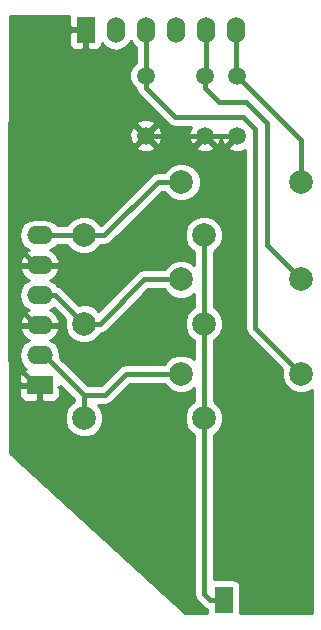
<source format=gbr>
G04 #@! TF.FileFunction,Copper,L1,Top,Signal*
%FSLAX46Y46*%
G04 Gerber Fmt 4.6, Leading zero omitted, Abs format (unit mm)*
G04 Created by KiCad (PCBNEW no-vcs-found-product) date Thu 10 Mar 2016 11:27:30 PM EET*
%MOMM*%
G01*
G04 APERTURE LIST*
%ADD10C,0.100000*%
%ADD11C,1.501140*%
%ADD12R,2.199640X1.524000*%
%ADD13O,2.199640X1.524000*%
%ADD14R,1.524000X2.199640*%
%ADD15O,1.524000X2.199640*%
%ADD16C,1.998980*%
%ADD17C,0.400000*%
%ADD18C,0.254000*%
G04 APERTURE END LIST*
D10*
D11*
X159750000Y-68500000D03*
X159750000Y-73580000D03*
X164750000Y-68500000D03*
X164750000Y-73580000D03*
X167500000Y-68500000D03*
X167500000Y-73580000D03*
D12*
X150750000Y-94700000D03*
D13*
X150750000Y-92160000D03*
X150750000Y-89620000D03*
X150750000Y-87080000D03*
X150750000Y-84540000D03*
X150750000Y-82000000D03*
D14*
X154646000Y-64620000D03*
D15*
X157186000Y-64620000D03*
X159726000Y-64620000D03*
X162266000Y-64620000D03*
X164806000Y-64620000D03*
X167346000Y-64620000D03*
D14*
X166330000Y-112880000D03*
D16*
X154500000Y-97500000D03*
X164660000Y-97500000D03*
X172910000Y-93750000D03*
X162750000Y-93750000D03*
X154500000Y-89500000D03*
X164660000Y-89500000D03*
X172910000Y-85750000D03*
X162750000Y-85750000D03*
X154500000Y-82000000D03*
X164660000Y-82000000D03*
X172910000Y-77500000D03*
X162750000Y-77500000D03*
D17*
X159750000Y-68500000D02*
X159750000Y-69561466D01*
X159750000Y-69561466D02*
X162188534Y-72000000D01*
X162188534Y-72000000D02*
X168000000Y-72000000D01*
X168000000Y-72000000D02*
X169000000Y-73000000D01*
X169000000Y-73000000D02*
X169000000Y-89840000D01*
X169000000Y-89840000D02*
X172910000Y-93750000D01*
X159726000Y-64620000D02*
X159726000Y-68476000D01*
X159726000Y-68476000D02*
X159750000Y-68500000D01*
X164750000Y-73580000D02*
X167500000Y-73580000D01*
X159750000Y-73580000D02*
X164750000Y-73580000D01*
X154646000Y-64620000D02*
X154646000Y-68476000D01*
X154646000Y-68476000D02*
X159750000Y-73580000D01*
X148250000Y-87457820D02*
X148250000Y-92537820D01*
X148250000Y-92537820D02*
X150412180Y-94700000D01*
X150412180Y-94700000D02*
X150750000Y-94700000D01*
X148250000Y-82377820D02*
X148250000Y-87457820D01*
X148250000Y-87457820D02*
X150412180Y-89620000D01*
X150412180Y-89620000D02*
X150750000Y-89620000D01*
X154646000Y-64620000D02*
X154646000Y-66119820D01*
X154646000Y-66119820D02*
X148250000Y-72515820D01*
X148250000Y-72515820D02*
X148250000Y-82377820D01*
X148250000Y-82377820D02*
X150412180Y-84540000D01*
X150412180Y-84540000D02*
X150750000Y-84540000D01*
X154646000Y-64620000D02*
X154646000Y-64957820D01*
X170000000Y-72500000D02*
X170000000Y-81500000D01*
X170000000Y-81500000D02*
X170000000Y-82250000D01*
X172910000Y-85750000D02*
X170000000Y-82840000D01*
X170000000Y-82840000D02*
X170000000Y-81500000D01*
X168250000Y-70750000D02*
X170000000Y-72500000D01*
X165938534Y-70750000D02*
X168250000Y-70750000D01*
X164750000Y-68500000D02*
X164750000Y-69561466D01*
X164750000Y-69561466D02*
X165938534Y-70750000D01*
X164806000Y-64620000D02*
X164806000Y-68444000D01*
X164806000Y-68444000D02*
X164750000Y-68500000D01*
X167500000Y-68500000D02*
X172910000Y-73910000D01*
X172910000Y-73910000D02*
X172910000Y-77500000D01*
X167346000Y-64620000D02*
X167346000Y-68346000D01*
X167346000Y-68346000D02*
X167500000Y-68500000D01*
X159500000Y-93750000D02*
X162750000Y-93750000D01*
X159500000Y-93750000D02*
X158086508Y-93750000D01*
X158086508Y-93750000D02*
X156264328Y-95572180D01*
X156264328Y-95572180D02*
X154500000Y-95572180D01*
X154500000Y-97500000D02*
X154500000Y-95572180D01*
X154500000Y-95572180D02*
X151087820Y-92160000D01*
X151087820Y-92160000D02*
X150750000Y-92160000D01*
X159590000Y-85750000D02*
X162750000Y-85750000D01*
X159590000Y-85750000D02*
X155840000Y-89500000D01*
X155840000Y-89500000D02*
X154500000Y-89500000D01*
X150750000Y-87080000D02*
X152080000Y-87080000D01*
X152080000Y-87080000D02*
X153500511Y-88500511D01*
X153500511Y-88500511D02*
X154500000Y-89500000D01*
X160750000Y-77500000D02*
X162750000Y-77500000D01*
X154500000Y-82000000D02*
X156250000Y-82000000D01*
X156250000Y-82000000D02*
X160750000Y-77500000D01*
X150750000Y-82000000D02*
X154500000Y-82000000D01*
X164660000Y-92250000D02*
X164660000Y-112372000D01*
X164660000Y-112372000D02*
X165168000Y-112880000D01*
X165168000Y-112880000D02*
X166330000Y-112880000D01*
X164660000Y-87000000D02*
X164660000Y-92250000D01*
X164660000Y-82000000D02*
X164660000Y-87000000D01*
D18*
G36*
X153249000Y-64334250D02*
X153407750Y-64493000D01*
X154519000Y-64493000D01*
X154519000Y-64473000D01*
X154773000Y-64473000D01*
X154773000Y-64493000D01*
X154793000Y-64493000D01*
X154793000Y-64747000D01*
X154773000Y-64747000D01*
X154773000Y-66196070D01*
X154931750Y-66354820D01*
X155534309Y-66354820D01*
X155767698Y-66258147D01*
X155946327Y-66079519D01*
X156043000Y-65846130D01*
X156043000Y-65747404D01*
X156198172Y-65979635D01*
X156651391Y-66282467D01*
X157186000Y-66388807D01*
X157720609Y-66282467D01*
X158173828Y-65979635D01*
X158456000Y-65557336D01*
X158738172Y-65979635D01*
X158891000Y-66081752D01*
X158891000Y-67399718D01*
X158576056Y-67714113D01*
X158364671Y-68223184D01*
X158364190Y-68774398D01*
X158574686Y-69283837D01*
X158930719Y-69640492D01*
X158978561Y-69881007D01*
X159043745Y-69978561D01*
X159159566Y-70151900D01*
X161598100Y-72590434D01*
X161868993Y-72771439D01*
X162188534Y-72835000D01*
X163610492Y-72835000D01*
X163537069Y-72855735D01*
X163352233Y-73375034D01*
X163380195Y-73925538D01*
X163537069Y-74304265D01*
X163778070Y-74372325D01*
X164570395Y-73580000D01*
X164556253Y-73565858D01*
X164735858Y-73386253D01*
X164750000Y-73400395D01*
X164764143Y-73386253D01*
X164943748Y-73565858D01*
X164929605Y-73580000D01*
X165721930Y-74372325D01*
X165962931Y-74304265D01*
X166126141Y-73845725D01*
X166130195Y-73925538D01*
X166287069Y-74304265D01*
X166528070Y-74372325D01*
X167320395Y-73580000D01*
X167306253Y-73565858D01*
X167485858Y-73386253D01*
X167500000Y-73400395D01*
X167514143Y-73386253D01*
X167693748Y-73565858D01*
X167679605Y-73580000D01*
X167693748Y-73594143D01*
X167514143Y-73773748D01*
X167500000Y-73759605D01*
X166707675Y-74551930D01*
X166775735Y-74792931D01*
X167295034Y-74977767D01*
X167845538Y-74949805D01*
X168165000Y-74817479D01*
X168165000Y-89840000D01*
X168228561Y-90159541D01*
X168303329Y-90271439D01*
X168409566Y-90430434D01*
X171312995Y-93333863D01*
X171275794Y-93423453D01*
X171275226Y-94073694D01*
X171523538Y-94674655D01*
X171982927Y-95134846D01*
X172583453Y-95384206D01*
X173233694Y-95384774D01*
X173790000Y-95154913D01*
X173790000Y-114040000D01*
X167727470Y-114040000D01*
X167739440Y-113979820D01*
X167739440Y-111780180D01*
X167690157Y-111532415D01*
X167549809Y-111322371D01*
X167339765Y-111182023D01*
X167092000Y-111132740D01*
X165568000Y-111132740D01*
X165495000Y-111147260D01*
X165495000Y-98923507D01*
X165584655Y-98886462D01*
X166044846Y-98427073D01*
X166294206Y-97826547D01*
X166294774Y-97176306D01*
X166046462Y-96575345D01*
X165587073Y-96115154D01*
X165495000Y-96076922D01*
X165495000Y-90923507D01*
X165584655Y-90886462D01*
X166044846Y-90427073D01*
X166294206Y-89826547D01*
X166294774Y-89176306D01*
X166046462Y-88575345D01*
X165587073Y-88115154D01*
X165495000Y-88076922D01*
X165495000Y-83423507D01*
X165584655Y-83386462D01*
X166044846Y-82927073D01*
X166294206Y-82326547D01*
X166294774Y-81676306D01*
X166046462Y-81075345D01*
X165587073Y-80615154D01*
X164986547Y-80365794D01*
X164336306Y-80365226D01*
X163735345Y-80613538D01*
X163275154Y-81072927D01*
X163025794Y-81673453D01*
X163025226Y-82323694D01*
X163273538Y-82924655D01*
X163732927Y-83384846D01*
X163825000Y-83423078D01*
X163825000Y-84513339D01*
X163677073Y-84365154D01*
X163076547Y-84115794D01*
X162426306Y-84115226D01*
X161825345Y-84363538D01*
X161365154Y-84822927D01*
X161326922Y-84915000D01*
X159590000Y-84915000D01*
X159270459Y-84978561D01*
X158999566Y-85159566D01*
X155735256Y-88423876D01*
X155427073Y-88115154D01*
X154826547Y-87865794D01*
X154176306Y-87865226D01*
X154084166Y-87903298D01*
X152670434Y-86489566D01*
X152399541Y-86308561D01*
X152231947Y-86275224D01*
X152109635Y-86092172D01*
X151674394Y-85801353D01*
X151739761Y-85782059D01*
X152165450Y-85438026D01*
X152427080Y-84957277D01*
X152442040Y-84883070D01*
X152319540Y-84667000D01*
X150877000Y-84667000D01*
X150877000Y-84687000D01*
X150623000Y-84687000D01*
X150623000Y-84667000D01*
X149180460Y-84667000D01*
X149057960Y-84883070D01*
X149072920Y-84957277D01*
X149334550Y-85438026D01*
X149760239Y-85782059D01*
X149825606Y-85801353D01*
X149390365Y-86092172D01*
X149087533Y-86545391D01*
X148981193Y-87080000D01*
X149087533Y-87614609D01*
X149390365Y-88067828D01*
X149825606Y-88358647D01*
X149760239Y-88377941D01*
X149334550Y-88721974D01*
X149072920Y-89202723D01*
X149057960Y-89276930D01*
X149180460Y-89493000D01*
X150623000Y-89493000D01*
X150623000Y-89473000D01*
X150877000Y-89473000D01*
X150877000Y-89493000D01*
X152319540Y-89493000D01*
X152442040Y-89276930D01*
X152427080Y-89202723D01*
X152165450Y-88721974D01*
X151739761Y-88377941D01*
X151674394Y-88358647D01*
X151976151Y-88157019D01*
X152902995Y-89083863D01*
X152865794Y-89173453D01*
X152865226Y-89823694D01*
X153113538Y-90424655D01*
X153572927Y-90884846D01*
X154173453Y-91134206D01*
X154823694Y-91134774D01*
X155424655Y-90886462D01*
X155884846Y-90427073D01*
X155930558Y-90316987D01*
X156159541Y-90271439D01*
X156430434Y-90090434D01*
X159935868Y-86585000D01*
X161326493Y-86585000D01*
X161363538Y-86674655D01*
X161822927Y-87134846D01*
X162423453Y-87384206D01*
X163073694Y-87384774D01*
X163674655Y-87136462D01*
X163825000Y-86986379D01*
X163825000Y-88076493D01*
X163735345Y-88113538D01*
X163275154Y-88572927D01*
X163025794Y-89173453D01*
X163025226Y-89823694D01*
X163273538Y-90424655D01*
X163732927Y-90884846D01*
X163825000Y-90923078D01*
X163825000Y-92513339D01*
X163677073Y-92365154D01*
X163076547Y-92115794D01*
X162426306Y-92115226D01*
X161825345Y-92363538D01*
X161365154Y-92822927D01*
X161326922Y-92915000D01*
X158086508Y-92915000D01*
X157766968Y-92978560D01*
X157496074Y-93159566D01*
X155918460Y-94737180D01*
X154845868Y-94737180D01*
X152477310Y-92368622D01*
X152518807Y-92160000D01*
X152412467Y-91625391D01*
X152109635Y-91172172D01*
X151674394Y-90881353D01*
X151739761Y-90862059D01*
X152165450Y-90518026D01*
X152427080Y-90037277D01*
X152442040Y-89963070D01*
X152319540Y-89747000D01*
X150877000Y-89747000D01*
X150877000Y-89767000D01*
X150623000Y-89767000D01*
X150623000Y-89747000D01*
X149180460Y-89747000D01*
X149057960Y-89963070D01*
X149072920Y-90037277D01*
X149334550Y-90518026D01*
X149760239Y-90862059D01*
X149825606Y-90881353D01*
X149390365Y-91172172D01*
X149087533Y-91625391D01*
X148981193Y-92160000D01*
X149087533Y-92694609D01*
X149390365Y-93147828D01*
X149622596Y-93303000D01*
X149523870Y-93303000D01*
X149290481Y-93399673D01*
X149111853Y-93578302D01*
X149015180Y-93811691D01*
X149015180Y-94414250D01*
X149173930Y-94573000D01*
X150623000Y-94573000D01*
X150623000Y-94553000D01*
X150877000Y-94553000D01*
X150877000Y-94573000D01*
X150897000Y-94573000D01*
X150897000Y-94827000D01*
X150877000Y-94827000D01*
X150877000Y-95938250D01*
X151035750Y-96097000D01*
X151976130Y-96097000D01*
X152209519Y-96000327D01*
X152388147Y-95821698D01*
X152484820Y-95588309D01*
X152484820Y-94985750D01*
X152326072Y-94827002D01*
X152484820Y-94827002D01*
X152484820Y-94737868D01*
X153665000Y-95918048D01*
X153665000Y-96076493D01*
X153575345Y-96113538D01*
X153115154Y-96572927D01*
X152865794Y-97173453D01*
X152865226Y-97823694D01*
X153113538Y-98424655D01*
X153572927Y-98884846D01*
X154173453Y-99134206D01*
X154823694Y-99134774D01*
X155424655Y-98886462D01*
X155884846Y-98427073D01*
X156134206Y-97826547D01*
X156134774Y-97176306D01*
X155886462Y-96575345D01*
X155718590Y-96407180D01*
X156264328Y-96407180D01*
X156583869Y-96343619D01*
X156854762Y-96162614D01*
X158432376Y-94585000D01*
X161326493Y-94585000D01*
X161363538Y-94674655D01*
X161822927Y-95134846D01*
X162423453Y-95384206D01*
X163073694Y-95384774D01*
X163674655Y-95136462D01*
X163825000Y-94986379D01*
X163825000Y-96076493D01*
X163735345Y-96113538D01*
X163275154Y-96572927D01*
X163025794Y-97173453D01*
X163025226Y-97823694D01*
X163273538Y-98424655D01*
X163732927Y-98884846D01*
X163825000Y-98923078D01*
X163825000Y-112372000D01*
X163888561Y-112691541D01*
X164069566Y-112962434D01*
X164577565Y-113470434D01*
X164713012Y-113560936D01*
X164848459Y-113651439D01*
X164920560Y-113665781D01*
X164920560Y-113979820D01*
X164932530Y-114040000D01*
X163026482Y-114040000D01*
X148210000Y-100437984D01*
X148210000Y-94985750D01*
X149015180Y-94985750D01*
X149015180Y-95588309D01*
X149111853Y-95821698D01*
X149290481Y-96000327D01*
X149523870Y-96097000D01*
X150464250Y-96097000D01*
X150623000Y-95938250D01*
X150623000Y-94827000D01*
X149173930Y-94827000D01*
X149015180Y-94985750D01*
X148210000Y-94985750D01*
X148210000Y-82000000D01*
X148981193Y-82000000D01*
X149087533Y-82534609D01*
X149390365Y-82987828D01*
X149825606Y-83278647D01*
X149760239Y-83297941D01*
X149334550Y-83641974D01*
X149072920Y-84122723D01*
X149057960Y-84196930D01*
X149180460Y-84413000D01*
X150623000Y-84413000D01*
X150623000Y-84393000D01*
X150877000Y-84393000D01*
X150877000Y-84413000D01*
X152319540Y-84413000D01*
X152442040Y-84196930D01*
X152427080Y-84122723D01*
X152165450Y-83641974D01*
X151739761Y-83297941D01*
X151674394Y-83278647D01*
X152109635Y-82987828D01*
X152211752Y-82835000D01*
X153076493Y-82835000D01*
X153113538Y-82924655D01*
X153572927Y-83384846D01*
X154173453Y-83634206D01*
X154823694Y-83634774D01*
X155424655Y-83386462D01*
X155884846Y-82927073D01*
X155923078Y-82835000D01*
X156250000Y-82835000D01*
X156569541Y-82771439D01*
X156840434Y-82590434D01*
X161095868Y-78335000D01*
X161326493Y-78335000D01*
X161363538Y-78424655D01*
X161822927Y-78884846D01*
X162423453Y-79134206D01*
X163073694Y-79134774D01*
X163674655Y-78886462D01*
X164134846Y-78427073D01*
X164384206Y-77826547D01*
X164384774Y-77176306D01*
X164136462Y-76575345D01*
X163677073Y-76115154D01*
X163076547Y-75865794D01*
X162426306Y-75865226D01*
X161825345Y-76113538D01*
X161365154Y-76572927D01*
X161326922Y-76665000D01*
X160750000Y-76665000D01*
X160430459Y-76728561D01*
X160159566Y-76909566D01*
X155917842Y-81151290D01*
X155886462Y-81075345D01*
X155427073Y-80615154D01*
X154826547Y-80365794D01*
X154176306Y-80365226D01*
X153575345Y-80613538D01*
X153115154Y-81072927D01*
X153076922Y-81165000D01*
X152211752Y-81165000D01*
X152109635Y-81012172D01*
X151656416Y-80709340D01*
X151121807Y-80603000D01*
X150378193Y-80603000D01*
X149843584Y-80709340D01*
X149390365Y-81012172D01*
X149087533Y-81465391D01*
X148981193Y-82000000D01*
X148210000Y-82000000D01*
X148210000Y-74551930D01*
X158957675Y-74551930D01*
X159025735Y-74792931D01*
X159545034Y-74977767D01*
X160095538Y-74949805D01*
X160474265Y-74792931D01*
X160542325Y-74551930D01*
X163957675Y-74551930D01*
X164025735Y-74792931D01*
X164545034Y-74977767D01*
X165095538Y-74949805D01*
X165474265Y-74792931D01*
X165542325Y-74551930D01*
X164750000Y-73759605D01*
X163957675Y-74551930D01*
X160542325Y-74551930D01*
X159750000Y-73759605D01*
X158957675Y-74551930D01*
X148210000Y-74551930D01*
X148210000Y-73375034D01*
X158352233Y-73375034D01*
X158380195Y-73925538D01*
X158537069Y-74304265D01*
X158778070Y-74372325D01*
X159570395Y-73580000D01*
X159929605Y-73580000D01*
X160721930Y-74372325D01*
X160962931Y-74304265D01*
X161147767Y-73784966D01*
X161119805Y-73234462D01*
X160962931Y-72855735D01*
X160721930Y-72787675D01*
X159929605Y-73580000D01*
X159570395Y-73580000D01*
X158778070Y-72787675D01*
X158537069Y-72855735D01*
X158352233Y-73375034D01*
X148210000Y-73375034D01*
X148210000Y-72608070D01*
X158957675Y-72608070D01*
X159750000Y-73400395D01*
X160542325Y-72608070D01*
X160474265Y-72367069D01*
X159954966Y-72182233D01*
X159404462Y-72210195D01*
X159025735Y-72367069D01*
X158957675Y-72608070D01*
X148210000Y-72608070D01*
X148210000Y-64905750D01*
X153249000Y-64905750D01*
X153249000Y-65846130D01*
X153345673Y-66079519D01*
X153524302Y-66258147D01*
X153757691Y-66354820D01*
X154360250Y-66354820D01*
X154519000Y-66196070D01*
X154519000Y-64747000D01*
X153407750Y-64747000D01*
X153249000Y-64905750D01*
X148210000Y-64905750D01*
X148210000Y-63460000D01*
X153249000Y-63460000D01*
X153249000Y-64334250D01*
X153249000Y-64334250D01*
G37*
X153249000Y-64334250D02*
X153407750Y-64493000D01*
X154519000Y-64493000D01*
X154519000Y-64473000D01*
X154773000Y-64473000D01*
X154773000Y-64493000D01*
X154793000Y-64493000D01*
X154793000Y-64747000D01*
X154773000Y-64747000D01*
X154773000Y-66196070D01*
X154931750Y-66354820D01*
X155534309Y-66354820D01*
X155767698Y-66258147D01*
X155946327Y-66079519D01*
X156043000Y-65846130D01*
X156043000Y-65747404D01*
X156198172Y-65979635D01*
X156651391Y-66282467D01*
X157186000Y-66388807D01*
X157720609Y-66282467D01*
X158173828Y-65979635D01*
X158456000Y-65557336D01*
X158738172Y-65979635D01*
X158891000Y-66081752D01*
X158891000Y-67399718D01*
X158576056Y-67714113D01*
X158364671Y-68223184D01*
X158364190Y-68774398D01*
X158574686Y-69283837D01*
X158930719Y-69640492D01*
X158978561Y-69881007D01*
X159043745Y-69978561D01*
X159159566Y-70151900D01*
X161598100Y-72590434D01*
X161868993Y-72771439D01*
X162188534Y-72835000D01*
X163610492Y-72835000D01*
X163537069Y-72855735D01*
X163352233Y-73375034D01*
X163380195Y-73925538D01*
X163537069Y-74304265D01*
X163778070Y-74372325D01*
X164570395Y-73580000D01*
X164556253Y-73565858D01*
X164735858Y-73386253D01*
X164750000Y-73400395D01*
X164764143Y-73386253D01*
X164943748Y-73565858D01*
X164929605Y-73580000D01*
X165721930Y-74372325D01*
X165962931Y-74304265D01*
X166126141Y-73845725D01*
X166130195Y-73925538D01*
X166287069Y-74304265D01*
X166528070Y-74372325D01*
X167320395Y-73580000D01*
X167306253Y-73565858D01*
X167485858Y-73386253D01*
X167500000Y-73400395D01*
X167514143Y-73386253D01*
X167693748Y-73565858D01*
X167679605Y-73580000D01*
X167693748Y-73594143D01*
X167514143Y-73773748D01*
X167500000Y-73759605D01*
X166707675Y-74551930D01*
X166775735Y-74792931D01*
X167295034Y-74977767D01*
X167845538Y-74949805D01*
X168165000Y-74817479D01*
X168165000Y-89840000D01*
X168228561Y-90159541D01*
X168303329Y-90271439D01*
X168409566Y-90430434D01*
X171312995Y-93333863D01*
X171275794Y-93423453D01*
X171275226Y-94073694D01*
X171523538Y-94674655D01*
X171982927Y-95134846D01*
X172583453Y-95384206D01*
X173233694Y-95384774D01*
X173790000Y-95154913D01*
X173790000Y-114040000D01*
X167727470Y-114040000D01*
X167739440Y-113979820D01*
X167739440Y-111780180D01*
X167690157Y-111532415D01*
X167549809Y-111322371D01*
X167339765Y-111182023D01*
X167092000Y-111132740D01*
X165568000Y-111132740D01*
X165495000Y-111147260D01*
X165495000Y-98923507D01*
X165584655Y-98886462D01*
X166044846Y-98427073D01*
X166294206Y-97826547D01*
X166294774Y-97176306D01*
X166046462Y-96575345D01*
X165587073Y-96115154D01*
X165495000Y-96076922D01*
X165495000Y-90923507D01*
X165584655Y-90886462D01*
X166044846Y-90427073D01*
X166294206Y-89826547D01*
X166294774Y-89176306D01*
X166046462Y-88575345D01*
X165587073Y-88115154D01*
X165495000Y-88076922D01*
X165495000Y-83423507D01*
X165584655Y-83386462D01*
X166044846Y-82927073D01*
X166294206Y-82326547D01*
X166294774Y-81676306D01*
X166046462Y-81075345D01*
X165587073Y-80615154D01*
X164986547Y-80365794D01*
X164336306Y-80365226D01*
X163735345Y-80613538D01*
X163275154Y-81072927D01*
X163025794Y-81673453D01*
X163025226Y-82323694D01*
X163273538Y-82924655D01*
X163732927Y-83384846D01*
X163825000Y-83423078D01*
X163825000Y-84513339D01*
X163677073Y-84365154D01*
X163076547Y-84115794D01*
X162426306Y-84115226D01*
X161825345Y-84363538D01*
X161365154Y-84822927D01*
X161326922Y-84915000D01*
X159590000Y-84915000D01*
X159270459Y-84978561D01*
X158999566Y-85159566D01*
X155735256Y-88423876D01*
X155427073Y-88115154D01*
X154826547Y-87865794D01*
X154176306Y-87865226D01*
X154084166Y-87903298D01*
X152670434Y-86489566D01*
X152399541Y-86308561D01*
X152231947Y-86275224D01*
X152109635Y-86092172D01*
X151674394Y-85801353D01*
X151739761Y-85782059D01*
X152165450Y-85438026D01*
X152427080Y-84957277D01*
X152442040Y-84883070D01*
X152319540Y-84667000D01*
X150877000Y-84667000D01*
X150877000Y-84687000D01*
X150623000Y-84687000D01*
X150623000Y-84667000D01*
X149180460Y-84667000D01*
X149057960Y-84883070D01*
X149072920Y-84957277D01*
X149334550Y-85438026D01*
X149760239Y-85782059D01*
X149825606Y-85801353D01*
X149390365Y-86092172D01*
X149087533Y-86545391D01*
X148981193Y-87080000D01*
X149087533Y-87614609D01*
X149390365Y-88067828D01*
X149825606Y-88358647D01*
X149760239Y-88377941D01*
X149334550Y-88721974D01*
X149072920Y-89202723D01*
X149057960Y-89276930D01*
X149180460Y-89493000D01*
X150623000Y-89493000D01*
X150623000Y-89473000D01*
X150877000Y-89473000D01*
X150877000Y-89493000D01*
X152319540Y-89493000D01*
X152442040Y-89276930D01*
X152427080Y-89202723D01*
X152165450Y-88721974D01*
X151739761Y-88377941D01*
X151674394Y-88358647D01*
X151976151Y-88157019D01*
X152902995Y-89083863D01*
X152865794Y-89173453D01*
X152865226Y-89823694D01*
X153113538Y-90424655D01*
X153572927Y-90884846D01*
X154173453Y-91134206D01*
X154823694Y-91134774D01*
X155424655Y-90886462D01*
X155884846Y-90427073D01*
X155930558Y-90316987D01*
X156159541Y-90271439D01*
X156430434Y-90090434D01*
X159935868Y-86585000D01*
X161326493Y-86585000D01*
X161363538Y-86674655D01*
X161822927Y-87134846D01*
X162423453Y-87384206D01*
X163073694Y-87384774D01*
X163674655Y-87136462D01*
X163825000Y-86986379D01*
X163825000Y-88076493D01*
X163735345Y-88113538D01*
X163275154Y-88572927D01*
X163025794Y-89173453D01*
X163025226Y-89823694D01*
X163273538Y-90424655D01*
X163732927Y-90884846D01*
X163825000Y-90923078D01*
X163825000Y-92513339D01*
X163677073Y-92365154D01*
X163076547Y-92115794D01*
X162426306Y-92115226D01*
X161825345Y-92363538D01*
X161365154Y-92822927D01*
X161326922Y-92915000D01*
X158086508Y-92915000D01*
X157766968Y-92978560D01*
X157496074Y-93159566D01*
X155918460Y-94737180D01*
X154845868Y-94737180D01*
X152477310Y-92368622D01*
X152518807Y-92160000D01*
X152412467Y-91625391D01*
X152109635Y-91172172D01*
X151674394Y-90881353D01*
X151739761Y-90862059D01*
X152165450Y-90518026D01*
X152427080Y-90037277D01*
X152442040Y-89963070D01*
X152319540Y-89747000D01*
X150877000Y-89747000D01*
X150877000Y-89767000D01*
X150623000Y-89767000D01*
X150623000Y-89747000D01*
X149180460Y-89747000D01*
X149057960Y-89963070D01*
X149072920Y-90037277D01*
X149334550Y-90518026D01*
X149760239Y-90862059D01*
X149825606Y-90881353D01*
X149390365Y-91172172D01*
X149087533Y-91625391D01*
X148981193Y-92160000D01*
X149087533Y-92694609D01*
X149390365Y-93147828D01*
X149622596Y-93303000D01*
X149523870Y-93303000D01*
X149290481Y-93399673D01*
X149111853Y-93578302D01*
X149015180Y-93811691D01*
X149015180Y-94414250D01*
X149173930Y-94573000D01*
X150623000Y-94573000D01*
X150623000Y-94553000D01*
X150877000Y-94553000D01*
X150877000Y-94573000D01*
X150897000Y-94573000D01*
X150897000Y-94827000D01*
X150877000Y-94827000D01*
X150877000Y-95938250D01*
X151035750Y-96097000D01*
X151976130Y-96097000D01*
X152209519Y-96000327D01*
X152388147Y-95821698D01*
X152484820Y-95588309D01*
X152484820Y-94985750D01*
X152326072Y-94827002D01*
X152484820Y-94827002D01*
X152484820Y-94737868D01*
X153665000Y-95918048D01*
X153665000Y-96076493D01*
X153575345Y-96113538D01*
X153115154Y-96572927D01*
X152865794Y-97173453D01*
X152865226Y-97823694D01*
X153113538Y-98424655D01*
X153572927Y-98884846D01*
X154173453Y-99134206D01*
X154823694Y-99134774D01*
X155424655Y-98886462D01*
X155884846Y-98427073D01*
X156134206Y-97826547D01*
X156134774Y-97176306D01*
X155886462Y-96575345D01*
X155718590Y-96407180D01*
X156264328Y-96407180D01*
X156583869Y-96343619D01*
X156854762Y-96162614D01*
X158432376Y-94585000D01*
X161326493Y-94585000D01*
X161363538Y-94674655D01*
X161822927Y-95134846D01*
X162423453Y-95384206D01*
X163073694Y-95384774D01*
X163674655Y-95136462D01*
X163825000Y-94986379D01*
X163825000Y-96076493D01*
X163735345Y-96113538D01*
X163275154Y-96572927D01*
X163025794Y-97173453D01*
X163025226Y-97823694D01*
X163273538Y-98424655D01*
X163732927Y-98884846D01*
X163825000Y-98923078D01*
X163825000Y-112372000D01*
X163888561Y-112691541D01*
X164069566Y-112962434D01*
X164577565Y-113470434D01*
X164713012Y-113560936D01*
X164848459Y-113651439D01*
X164920560Y-113665781D01*
X164920560Y-113979820D01*
X164932530Y-114040000D01*
X163026482Y-114040000D01*
X148210000Y-100437984D01*
X148210000Y-94985750D01*
X149015180Y-94985750D01*
X149015180Y-95588309D01*
X149111853Y-95821698D01*
X149290481Y-96000327D01*
X149523870Y-96097000D01*
X150464250Y-96097000D01*
X150623000Y-95938250D01*
X150623000Y-94827000D01*
X149173930Y-94827000D01*
X149015180Y-94985750D01*
X148210000Y-94985750D01*
X148210000Y-82000000D01*
X148981193Y-82000000D01*
X149087533Y-82534609D01*
X149390365Y-82987828D01*
X149825606Y-83278647D01*
X149760239Y-83297941D01*
X149334550Y-83641974D01*
X149072920Y-84122723D01*
X149057960Y-84196930D01*
X149180460Y-84413000D01*
X150623000Y-84413000D01*
X150623000Y-84393000D01*
X150877000Y-84393000D01*
X150877000Y-84413000D01*
X152319540Y-84413000D01*
X152442040Y-84196930D01*
X152427080Y-84122723D01*
X152165450Y-83641974D01*
X151739761Y-83297941D01*
X151674394Y-83278647D01*
X152109635Y-82987828D01*
X152211752Y-82835000D01*
X153076493Y-82835000D01*
X153113538Y-82924655D01*
X153572927Y-83384846D01*
X154173453Y-83634206D01*
X154823694Y-83634774D01*
X155424655Y-83386462D01*
X155884846Y-82927073D01*
X155923078Y-82835000D01*
X156250000Y-82835000D01*
X156569541Y-82771439D01*
X156840434Y-82590434D01*
X161095868Y-78335000D01*
X161326493Y-78335000D01*
X161363538Y-78424655D01*
X161822927Y-78884846D01*
X162423453Y-79134206D01*
X163073694Y-79134774D01*
X163674655Y-78886462D01*
X164134846Y-78427073D01*
X164384206Y-77826547D01*
X164384774Y-77176306D01*
X164136462Y-76575345D01*
X163677073Y-76115154D01*
X163076547Y-75865794D01*
X162426306Y-75865226D01*
X161825345Y-76113538D01*
X161365154Y-76572927D01*
X161326922Y-76665000D01*
X160750000Y-76665000D01*
X160430459Y-76728561D01*
X160159566Y-76909566D01*
X155917842Y-81151290D01*
X155886462Y-81075345D01*
X155427073Y-80615154D01*
X154826547Y-80365794D01*
X154176306Y-80365226D01*
X153575345Y-80613538D01*
X153115154Y-81072927D01*
X153076922Y-81165000D01*
X152211752Y-81165000D01*
X152109635Y-81012172D01*
X151656416Y-80709340D01*
X151121807Y-80603000D01*
X150378193Y-80603000D01*
X149843584Y-80709340D01*
X149390365Y-81012172D01*
X149087533Y-81465391D01*
X148981193Y-82000000D01*
X148210000Y-82000000D01*
X148210000Y-74551930D01*
X158957675Y-74551930D01*
X159025735Y-74792931D01*
X159545034Y-74977767D01*
X160095538Y-74949805D01*
X160474265Y-74792931D01*
X160542325Y-74551930D01*
X163957675Y-74551930D01*
X164025735Y-74792931D01*
X164545034Y-74977767D01*
X165095538Y-74949805D01*
X165474265Y-74792931D01*
X165542325Y-74551930D01*
X164750000Y-73759605D01*
X163957675Y-74551930D01*
X160542325Y-74551930D01*
X159750000Y-73759605D01*
X158957675Y-74551930D01*
X148210000Y-74551930D01*
X148210000Y-73375034D01*
X158352233Y-73375034D01*
X158380195Y-73925538D01*
X158537069Y-74304265D01*
X158778070Y-74372325D01*
X159570395Y-73580000D01*
X159929605Y-73580000D01*
X160721930Y-74372325D01*
X160962931Y-74304265D01*
X161147767Y-73784966D01*
X161119805Y-73234462D01*
X160962931Y-72855735D01*
X160721930Y-72787675D01*
X159929605Y-73580000D01*
X159570395Y-73580000D01*
X158778070Y-72787675D01*
X158537069Y-72855735D01*
X158352233Y-73375034D01*
X148210000Y-73375034D01*
X148210000Y-72608070D01*
X158957675Y-72608070D01*
X159750000Y-73400395D01*
X160542325Y-72608070D01*
X160474265Y-72367069D01*
X159954966Y-72182233D01*
X159404462Y-72210195D01*
X159025735Y-72367069D01*
X158957675Y-72608070D01*
X148210000Y-72608070D01*
X148210000Y-64905750D01*
X153249000Y-64905750D01*
X153249000Y-65846130D01*
X153345673Y-66079519D01*
X153524302Y-66258147D01*
X153757691Y-66354820D01*
X154360250Y-66354820D01*
X154519000Y-66196070D01*
X154519000Y-64747000D01*
X153407750Y-64747000D01*
X153249000Y-64905750D01*
X148210000Y-64905750D01*
X148210000Y-63460000D01*
X153249000Y-63460000D01*
X153249000Y-64334250D01*
M02*

</source>
